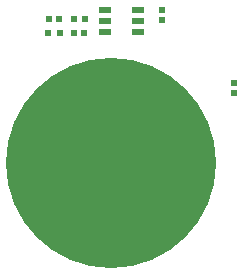
<source format=gbp>
G04 Layer_Color=128*
%FSLAX25Y25*%
%MOIN*%
G70*
G01*
G75*
%ADD22C,0.70079*%
%ADD23R,0.01969X0.02362*%
%ADD24R,0.02165X0.02362*%
%ADD25R,0.02362X0.02165*%
%ADD26R,0.04331X0.02362*%
D22*
X0Y-10000D02*
D03*
D23*
X-8531Y38000D02*
D03*
X-12468D02*
D03*
X-17031Y33500D02*
D03*
X-20968D02*
D03*
D24*
X17000Y37827D02*
D03*
Y41173D02*
D03*
X41000Y16673D02*
D03*
Y13327D02*
D03*
D25*
X-17327Y38000D02*
D03*
X-20673D02*
D03*
X-8827Y33500D02*
D03*
X-12173D02*
D03*
D26*
X9012Y41240D02*
D03*
Y33760D02*
D03*
Y37500D02*
D03*
X-2012D02*
D03*
Y41240D02*
D03*
Y33760D02*
D03*
M02*

</source>
